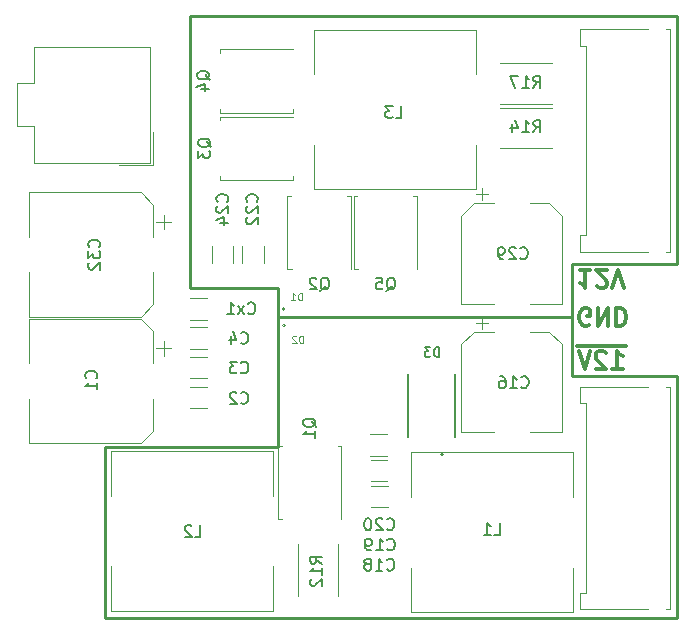
<source format=gbr>
%TF.GenerationSoftware,KiCad,Pcbnew,(5.99.0-12889-g70df3822b5)*%
%TF.CreationDate,2021-10-31T19:49:49+08:00*%
%TF.ProjectId,Dual-Power,4475616c-2d50-46f7-9765-722e6b696361,rev?*%
%TF.SameCoordinates,Original*%
%TF.FileFunction,Legend,Bot*%
%TF.FilePolarity,Positive*%
%FSLAX46Y46*%
G04 Gerber Fmt 4.6, Leading zero omitted, Abs format (unit mm)*
G04 Created by KiCad (PCBNEW (5.99.0-12889-g70df3822b5)) date 2021-10-31 19:49:49*
%MOMM*%
%LPD*%
G01*
G04 APERTURE LIST*
%ADD10C,0.250000*%
%ADD11C,0.120000*%
%ADD12C,0.300000*%
%ADD13C,0.150000*%
%ADD14C,0.100000*%
%ADD15C,0.127000*%
%ADD16C,0.200000*%
G04 APERTURE END LIST*
D10*
X135300000Y-97800000D02*
X135300000Y-86800000D01*
X160200000Y-91760000D02*
X160200000Y-86800000D01*
X160200000Y-91760000D02*
X169100000Y-91760000D01*
D11*
X135951421Y-87500000D02*
G75*
G03*
X135951421Y-87500000I-141421J0D01*
G01*
D10*
X169100000Y-91760000D02*
X169100000Y-112300000D01*
X160200000Y-82300000D02*
X169100000Y-82300000D01*
X169100000Y-112300000D02*
X120700000Y-112300000D01*
X135300000Y-86800000D02*
X160200000Y-86800000D01*
X120700000Y-97800000D02*
X135300000Y-97800000D01*
X127900000Y-84300000D02*
X135300000Y-84300000D01*
X160200000Y-86800000D02*
X160200000Y-82300000D01*
X127900000Y-61300000D02*
X127900000Y-84300000D01*
X169100000Y-61300000D02*
X127900000Y-61300000D01*
X135300000Y-84300000D02*
X135300000Y-86800000D01*
X169100000Y-82300000D02*
X169100000Y-61300000D01*
X120700000Y-112300000D02*
X120700000Y-97800000D01*
D11*
X135941421Y-86100000D02*
G75*
G03*
X135941421Y-86100000I-141421J0D01*
G01*
D12*
X161771428Y-82821428D02*
X160914285Y-82821428D01*
X161342857Y-82821428D02*
X161342857Y-84321428D01*
X161200000Y-84107142D01*
X161057142Y-83964285D01*
X160914285Y-83892857D01*
X162342857Y-84178571D02*
X162414285Y-84250000D01*
X162557142Y-84321428D01*
X162914285Y-84321428D01*
X163057142Y-84250000D01*
X163128571Y-84178571D01*
X163200000Y-84035714D01*
X163200000Y-83892857D01*
X163128571Y-83678571D01*
X162271428Y-82821428D01*
X163200000Y-82821428D01*
X163628571Y-84321428D02*
X164128571Y-82821428D01*
X164628571Y-84321428D01*
X164771427Y-89255000D02*
X163342856Y-89255000D01*
X163628570Y-91178571D02*
X164485713Y-91178571D01*
X164057141Y-91178571D02*
X164057141Y-89678571D01*
X164199999Y-89892857D01*
X164342856Y-90035714D01*
X164485713Y-90107142D01*
X163342856Y-89255000D02*
X161914284Y-89255000D01*
X163057141Y-89821428D02*
X162985713Y-89750000D01*
X162842856Y-89678571D01*
X162485713Y-89678571D01*
X162342856Y-89750000D01*
X162271427Y-89821428D01*
X162199999Y-89964285D01*
X162199999Y-90107142D01*
X162271427Y-90321428D01*
X163128570Y-91178571D01*
X162199999Y-91178571D01*
X161914284Y-89255000D02*
X160628570Y-89255000D01*
X161771427Y-89678571D02*
X161271427Y-91178571D01*
X160771427Y-89678571D01*
X161657142Y-87450000D02*
X161514285Y-87521428D01*
X161300000Y-87521428D01*
X161085714Y-87450000D01*
X160942857Y-87307142D01*
X160871428Y-87164285D01*
X160800000Y-86878571D01*
X160800000Y-86664285D01*
X160871428Y-86378571D01*
X160942857Y-86235714D01*
X161085714Y-86092857D01*
X161300000Y-86021428D01*
X161442857Y-86021428D01*
X161657142Y-86092857D01*
X161728571Y-86164285D01*
X161728571Y-86664285D01*
X161442857Y-86664285D01*
X162371428Y-86021428D02*
X162371428Y-87521428D01*
X163228571Y-86021428D01*
X163228571Y-87521428D01*
X163942857Y-86021428D02*
X163942857Y-87521428D01*
X164300000Y-87521428D01*
X164514285Y-87450000D01*
X164657142Y-87307142D01*
X164728571Y-87164285D01*
X164800000Y-86878571D01*
X164800000Y-86664285D01*
X164728571Y-86378571D01*
X164657142Y-86235714D01*
X164514285Y-86092857D01*
X164300000Y-86021428D01*
X163942857Y-86021428D01*
D13*
%TO.C,D3*%
X148950476Y-90153904D02*
X148950476Y-89353904D01*
X148760000Y-89353904D01*
X148645714Y-89392000D01*
X148569523Y-89468190D01*
X148531428Y-89544380D01*
X148493333Y-89696761D01*
X148493333Y-89811047D01*
X148531428Y-89963428D01*
X148569523Y-90039619D01*
X148645714Y-90115809D01*
X148760000Y-90153904D01*
X148950476Y-90153904D01*
X148226666Y-89353904D02*
X147731428Y-89353904D01*
X147998095Y-89658666D01*
X147883809Y-89658666D01*
X147807619Y-89696761D01*
X147769523Y-89734857D01*
X147731428Y-89811047D01*
X147731428Y-90001523D01*
X147769523Y-90077714D01*
X147807619Y-90115809D01*
X147883809Y-90153904D01*
X148112380Y-90153904D01*
X148188571Y-90115809D01*
X148226666Y-90077714D01*
%TO.C,C1*%
X119907142Y-91963333D02*
X119954761Y-91915714D01*
X120002380Y-91772857D01*
X120002380Y-91677619D01*
X119954761Y-91534761D01*
X119859523Y-91439523D01*
X119764285Y-91391904D01*
X119573809Y-91344285D01*
X119430952Y-91344285D01*
X119240476Y-91391904D01*
X119145238Y-91439523D01*
X119050000Y-91534761D01*
X119002380Y-91677619D01*
X119002380Y-91772857D01*
X119050000Y-91915714D01*
X119097619Y-91963333D01*
X120002380Y-92915714D02*
X120002380Y-92344285D01*
X120002380Y-92630000D02*
X119002380Y-92630000D01*
X119145238Y-92534761D01*
X119240476Y-92439523D01*
X119288095Y-92344285D01*
%TO.C,C2*%
X132166666Y-94057142D02*
X132214285Y-94104761D01*
X132357142Y-94152380D01*
X132452380Y-94152380D01*
X132595238Y-94104761D01*
X132690476Y-94009523D01*
X132738095Y-93914285D01*
X132785714Y-93723809D01*
X132785714Y-93580952D01*
X132738095Y-93390476D01*
X132690476Y-93295238D01*
X132595238Y-93200000D01*
X132452380Y-93152380D01*
X132357142Y-93152380D01*
X132214285Y-93200000D01*
X132166666Y-93247619D01*
X131785714Y-93247619D02*
X131738095Y-93200000D01*
X131642857Y-93152380D01*
X131404761Y-93152380D01*
X131309523Y-93200000D01*
X131261904Y-93247619D01*
X131214285Y-93342857D01*
X131214285Y-93438095D01*
X131261904Y-93580952D01*
X131833333Y-94152380D01*
X131214285Y-94152380D01*
%TO.C,C3*%
X132166666Y-91457142D02*
X132214285Y-91504761D01*
X132357142Y-91552380D01*
X132452380Y-91552380D01*
X132595238Y-91504761D01*
X132690476Y-91409523D01*
X132738095Y-91314285D01*
X132785714Y-91123809D01*
X132785714Y-90980952D01*
X132738095Y-90790476D01*
X132690476Y-90695238D01*
X132595238Y-90600000D01*
X132452380Y-90552380D01*
X132357142Y-90552380D01*
X132214285Y-90600000D01*
X132166666Y-90647619D01*
X131833333Y-90552380D02*
X131214285Y-90552380D01*
X131547619Y-90933333D01*
X131404761Y-90933333D01*
X131309523Y-90980952D01*
X131261904Y-91028571D01*
X131214285Y-91123809D01*
X131214285Y-91361904D01*
X131261904Y-91457142D01*
X131309523Y-91504761D01*
X131404761Y-91552380D01*
X131690476Y-91552380D01*
X131785714Y-91504761D01*
X131833333Y-91457142D01*
%TO.C,C4*%
X132166666Y-88957142D02*
X132214285Y-89004761D01*
X132357142Y-89052380D01*
X132452380Y-89052380D01*
X132595238Y-89004761D01*
X132690476Y-88909523D01*
X132738095Y-88814285D01*
X132785714Y-88623809D01*
X132785714Y-88480952D01*
X132738095Y-88290476D01*
X132690476Y-88195238D01*
X132595238Y-88100000D01*
X132452380Y-88052380D01*
X132357142Y-88052380D01*
X132214285Y-88100000D01*
X132166666Y-88147619D01*
X131309523Y-88385714D02*
X131309523Y-89052380D01*
X131547619Y-88004761D02*
X131785714Y-88719047D01*
X131166666Y-88719047D01*
%TO.C,C16*%
X155912857Y-92707142D02*
X155960476Y-92754761D01*
X156103333Y-92802380D01*
X156198571Y-92802380D01*
X156341428Y-92754761D01*
X156436666Y-92659523D01*
X156484285Y-92564285D01*
X156531904Y-92373809D01*
X156531904Y-92230952D01*
X156484285Y-92040476D01*
X156436666Y-91945238D01*
X156341428Y-91850000D01*
X156198571Y-91802380D01*
X156103333Y-91802380D01*
X155960476Y-91850000D01*
X155912857Y-91897619D01*
X154960476Y-92802380D02*
X155531904Y-92802380D01*
X155246190Y-92802380D02*
X155246190Y-91802380D01*
X155341428Y-91945238D01*
X155436666Y-92040476D01*
X155531904Y-92088095D01*
X154103333Y-91802380D02*
X154293809Y-91802380D01*
X154389047Y-91850000D01*
X154436666Y-91897619D01*
X154531904Y-92040476D01*
X154579523Y-92230952D01*
X154579523Y-92611904D01*
X154531904Y-92707142D01*
X154484285Y-92754761D01*
X154389047Y-92802380D01*
X154198571Y-92802380D01*
X154103333Y-92754761D01*
X154055714Y-92707142D01*
X154008095Y-92611904D01*
X154008095Y-92373809D01*
X154055714Y-92278571D01*
X154103333Y-92230952D01*
X154198571Y-92183333D01*
X154389047Y-92183333D01*
X154484285Y-92230952D01*
X154531904Y-92278571D01*
X154579523Y-92373809D01*
%TO.C,C18*%
X144542857Y-108157142D02*
X144590476Y-108204761D01*
X144733333Y-108252380D01*
X144828571Y-108252380D01*
X144971428Y-108204761D01*
X145066666Y-108109523D01*
X145114285Y-108014285D01*
X145161904Y-107823809D01*
X145161904Y-107680952D01*
X145114285Y-107490476D01*
X145066666Y-107395238D01*
X144971428Y-107300000D01*
X144828571Y-107252380D01*
X144733333Y-107252380D01*
X144590476Y-107300000D01*
X144542857Y-107347619D01*
X143590476Y-108252380D02*
X144161904Y-108252380D01*
X143876190Y-108252380D02*
X143876190Y-107252380D01*
X143971428Y-107395238D01*
X144066666Y-107490476D01*
X144161904Y-107538095D01*
X143019047Y-107680952D02*
X143114285Y-107633333D01*
X143161904Y-107585714D01*
X143209523Y-107490476D01*
X143209523Y-107442857D01*
X143161904Y-107347619D01*
X143114285Y-107300000D01*
X143019047Y-107252380D01*
X142828571Y-107252380D01*
X142733333Y-107300000D01*
X142685714Y-107347619D01*
X142638095Y-107442857D01*
X142638095Y-107490476D01*
X142685714Y-107585714D01*
X142733333Y-107633333D01*
X142828571Y-107680952D01*
X143019047Y-107680952D01*
X143114285Y-107728571D01*
X143161904Y-107776190D01*
X143209523Y-107871428D01*
X143209523Y-108061904D01*
X143161904Y-108157142D01*
X143114285Y-108204761D01*
X143019047Y-108252380D01*
X142828571Y-108252380D01*
X142733333Y-108204761D01*
X142685714Y-108157142D01*
X142638095Y-108061904D01*
X142638095Y-107871428D01*
X142685714Y-107776190D01*
X142733333Y-107728571D01*
X142828571Y-107680952D01*
%TO.C,C19*%
X144577857Y-106457142D02*
X144625476Y-106504761D01*
X144768333Y-106552380D01*
X144863571Y-106552380D01*
X145006428Y-106504761D01*
X145101666Y-106409523D01*
X145149285Y-106314285D01*
X145196904Y-106123809D01*
X145196904Y-105980952D01*
X145149285Y-105790476D01*
X145101666Y-105695238D01*
X145006428Y-105600000D01*
X144863571Y-105552380D01*
X144768333Y-105552380D01*
X144625476Y-105600000D01*
X144577857Y-105647619D01*
X143625476Y-106552380D02*
X144196904Y-106552380D01*
X143911190Y-106552380D02*
X143911190Y-105552380D01*
X144006428Y-105695238D01*
X144101666Y-105790476D01*
X144196904Y-105838095D01*
X143149285Y-106552380D02*
X142958809Y-106552380D01*
X142863571Y-106504761D01*
X142815952Y-106457142D01*
X142720714Y-106314285D01*
X142673095Y-106123809D01*
X142673095Y-105742857D01*
X142720714Y-105647619D01*
X142768333Y-105600000D01*
X142863571Y-105552380D01*
X143054047Y-105552380D01*
X143149285Y-105600000D01*
X143196904Y-105647619D01*
X143244523Y-105742857D01*
X143244523Y-105980952D01*
X143196904Y-106076190D01*
X143149285Y-106123809D01*
X143054047Y-106171428D01*
X142863571Y-106171428D01*
X142768333Y-106123809D01*
X142720714Y-106076190D01*
X142673095Y-105980952D01*
%TO.C,C20*%
X144542857Y-104737142D02*
X144590476Y-104784761D01*
X144733333Y-104832380D01*
X144828571Y-104832380D01*
X144971428Y-104784761D01*
X145066666Y-104689523D01*
X145114285Y-104594285D01*
X145161904Y-104403809D01*
X145161904Y-104260952D01*
X145114285Y-104070476D01*
X145066666Y-103975238D01*
X144971428Y-103880000D01*
X144828571Y-103832380D01*
X144733333Y-103832380D01*
X144590476Y-103880000D01*
X144542857Y-103927619D01*
X144161904Y-103927619D02*
X144114285Y-103880000D01*
X144019047Y-103832380D01*
X143780952Y-103832380D01*
X143685714Y-103880000D01*
X143638095Y-103927619D01*
X143590476Y-104022857D01*
X143590476Y-104118095D01*
X143638095Y-104260952D01*
X144209523Y-104832380D01*
X143590476Y-104832380D01*
X142971428Y-103832380D02*
X142876190Y-103832380D01*
X142780952Y-103880000D01*
X142733333Y-103927619D01*
X142685714Y-104022857D01*
X142638095Y-104213333D01*
X142638095Y-104451428D01*
X142685714Y-104641904D01*
X142733333Y-104737142D01*
X142780952Y-104784761D01*
X142876190Y-104832380D01*
X142971428Y-104832380D01*
X143066666Y-104784761D01*
X143114285Y-104737142D01*
X143161904Y-104641904D01*
X143209523Y-104451428D01*
X143209523Y-104213333D01*
X143161904Y-104022857D01*
X143114285Y-103927619D01*
X143066666Y-103880000D01*
X142971428Y-103832380D01*
%TO.C,C22*%
X133507142Y-77017143D02*
X133554761Y-76969524D01*
X133602380Y-76826667D01*
X133602380Y-76731429D01*
X133554761Y-76588572D01*
X133459523Y-76493334D01*
X133364285Y-76445715D01*
X133173809Y-76398096D01*
X133030952Y-76398096D01*
X132840476Y-76445715D01*
X132745238Y-76493334D01*
X132650000Y-76588572D01*
X132602380Y-76731429D01*
X132602380Y-76826667D01*
X132650000Y-76969524D01*
X132697619Y-77017143D01*
X132697619Y-77398096D02*
X132650000Y-77445715D01*
X132602380Y-77540953D01*
X132602380Y-77779048D01*
X132650000Y-77874286D01*
X132697619Y-77921905D01*
X132792857Y-77969524D01*
X132888095Y-77969524D01*
X133030952Y-77921905D01*
X133602380Y-77350477D01*
X133602380Y-77969524D01*
X132697619Y-78350477D02*
X132650000Y-78398096D01*
X132602380Y-78493334D01*
X132602380Y-78731429D01*
X132650000Y-78826667D01*
X132697619Y-78874286D01*
X132792857Y-78921905D01*
X132888095Y-78921905D01*
X133030952Y-78874286D01*
X133602380Y-78302858D01*
X133602380Y-78921905D01*
%TO.C,C24*%
X131007142Y-77017142D02*
X131054761Y-76969523D01*
X131102380Y-76826666D01*
X131102380Y-76731428D01*
X131054761Y-76588571D01*
X130959523Y-76493333D01*
X130864285Y-76445714D01*
X130673809Y-76398095D01*
X130530952Y-76398095D01*
X130340476Y-76445714D01*
X130245238Y-76493333D01*
X130150000Y-76588571D01*
X130102380Y-76731428D01*
X130102380Y-76826666D01*
X130150000Y-76969523D01*
X130197619Y-77017142D01*
X130197619Y-77398095D02*
X130150000Y-77445714D01*
X130102380Y-77540952D01*
X130102380Y-77779047D01*
X130150000Y-77874285D01*
X130197619Y-77921904D01*
X130292857Y-77969523D01*
X130388095Y-77969523D01*
X130530952Y-77921904D01*
X131102380Y-77350476D01*
X131102380Y-77969523D01*
X130435714Y-78826666D02*
X131102380Y-78826666D01*
X130054761Y-78588571D02*
X130769047Y-78350476D01*
X130769047Y-78969523D01*
D14*
%TO.C,D1*%
X137342857Y-85381479D02*
X137342857Y-84781479D01*
X137200000Y-84781479D01*
X137114285Y-84810051D01*
X137057142Y-84867193D01*
X137028571Y-84924336D01*
X137000000Y-85038622D01*
X137000000Y-85124336D01*
X137028571Y-85238622D01*
X137057142Y-85295765D01*
X137114285Y-85352908D01*
X137200000Y-85381479D01*
X137342857Y-85381479D01*
X136428571Y-85381479D02*
X136771428Y-85381479D01*
X136600000Y-85381479D02*
X136600000Y-84781479D01*
X136657142Y-84867193D01*
X136714285Y-84924336D01*
X136771428Y-84952908D01*
%TO.C,D2*%
X137442857Y-88971428D02*
X137442857Y-88371428D01*
X137300000Y-88371428D01*
X137214285Y-88400000D01*
X137157142Y-88457142D01*
X137128571Y-88514285D01*
X137100000Y-88628571D01*
X137100000Y-88714285D01*
X137128571Y-88828571D01*
X137157142Y-88885714D01*
X137214285Y-88942857D01*
X137300000Y-88971428D01*
X137442857Y-88971428D01*
X136871428Y-88428571D02*
X136842857Y-88400000D01*
X136785714Y-88371428D01*
X136642857Y-88371428D01*
X136585714Y-88400000D01*
X136557142Y-88428571D01*
X136528571Y-88485714D01*
X136528571Y-88542857D01*
X136557142Y-88628571D01*
X136900000Y-88971428D01*
X136528571Y-88971428D01*
D13*
%TO.C,L1*%
X153616666Y-105232380D02*
X154092857Y-105232380D01*
X154092857Y-104232380D01*
X152759523Y-105232380D02*
X153330952Y-105232380D01*
X153045238Y-105232380D02*
X153045238Y-104232380D01*
X153140476Y-104375238D01*
X153235714Y-104470476D01*
X153330952Y-104518095D01*
%TO.C,L2*%
X128256666Y-105392380D02*
X128732857Y-105392380D01*
X128732857Y-104392380D01*
X127970952Y-104487619D02*
X127923333Y-104440000D01*
X127828095Y-104392380D01*
X127590000Y-104392380D01*
X127494761Y-104440000D01*
X127447142Y-104487619D01*
X127399523Y-104582857D01*
X127399523Y-104678095D01*
X127447142Y-104820952D01*
X128018571Y-105392380D01*
X127399523Y-105392380D01*
%TO.C,L3*%
X145266666Y-69922380D02*
X145742857Y-69922380D01*
X145742857Y-68922380D01*
X145028571Y-68922380D02*
X144409523Y-68922380D01*
X144742857Y-69303333D01*
X144600000Y-69303333D01*
X144504761Y-69350952D01*
X144457142Y-69398571D01*
X144409523Y-69493809D01*
X144409523Y-69731904D01*
X144457142Y-69827142D01*
X144504761Y-69874761D01*
X144600000Y-69922380D01*
X144885714Y-69922380D01*
X144980952Y-69874761D01*
X145028571Y-69827142D01*
%TO.C,Q1*%
X138547619Y-96104761D02*
X138500000Y-96009523D01*
X138404761Y-95914285D01*
X138261904Y-95771428D01*
X138214285Y-95676190D01*
X138214285Y-95580952D01*
X138452380Y-95628571D02*
X138404761Y-95533333D01*
X138309523Y-95438095D01*
X138119047Y-95390476D01*
X137785714Y-95390476D01*
X137595238Y-95438095D01*
X137500000Y-95533333D01*
X137452380Y-95628571D01*
X137452380Y-95819047D01*
X137500000Y-95914285D01*
X137595238Y-96009523D01*
X137785714Y-96057142D01*
X138119047Y-96057142D01*
X138309523Y-96009523D01*
X138404761Y-95914285D01*
X138452380Y-95819047D01*
X138452380Y-95628571D01*
X138452380Y-97009523D02*
X138452380Y-96438095D01*
X138452380Y-96723809D02*
X137452380Y-96723809D01*
X137595238Y-96628571D01*
X137690476Y-96533333D01*
X137738095Y-96438095D01*
%TO.C,Q2*%
X138895238Y-84547619D02*
X138990476Y-84500000D01*
X139085714Y-84404761D01*
X139228571Y-84261904D01*
X139323809Y-84214285D01*
X139419047Y-84214285D01*
X139371428Y-84452380D02*
X139466666Y-84404761D01*
X139561904Y-84309523D01*
X139609523Y-84119047D01*
X139609523Y-83785714D01*
X139561904Y-83595238D01*
X139466666Y-83500000D01*
X139371428Y-83452380D01*
X139180952Y-83452380D01*
X139085714Y-83500000D01*
X138990476Y-83595238D01*
X138942857Y-83785714D01*
X138942857Y-84119047D01*
X138990476Y-84309523D01*
X139085714Y-84404761D01*
X139180952Y-84452380D01*
X139371428Y-84452380D01*
X138561904Y-83547619D02*
X138514285Y-83500000D01*
X138419047Y-83452380D01*
X138180952Y-83452380D01*
X138085714Y-83500000D01*
X138038095Y-83547619D01*
X137990476Y-83642857D01*
X137990476Y-83738095D01*
X138038095Y-83880952D01*
X138609523Y-84452380D01*
X137990476Y-84452380D01*
%TO.C,Q3*%
X129647619Y-72404761D02*
X129600000Y-72309523D01*
X129504761Y-72214285D01*
X129361904Y-72071428D01*
X129314285Y-71976190D01*
X129314285Y-71880952D01*
X129552380Y-71928571D02*
X129504761Y-71833333D01*
X129409523Y-71738095D01*
X129219047Y-71690476D01*
X128885714Y-71690476D01*
X128695238Y-71738095D01*
X128600000Y-71833333D01*
X128552380Y-71928571D01*
X128552380Y-72119047D01*
X128600000Y-72214285D01*
X128695238Y-72309523D01*
X128885714Y-72357142D01*
X129219047Y-72357142D01*
X129409523Y-72309523D01*
X129504761Y-72214285D01*
X129552380Y-72119047D01*
X129552380Y-71928571D01*
X128552380Y-72690476D02*
X128552380Y-73309523D01*
X128933333Y-72976190D01*
X128933333Y-73119047D01*
X128980952Y-73214285D01*
X129028571Y-73261904D01*
X129123809Y-73309523D01*
X129361904Y-73309523D01*
X129457142Y-73261904D01*
X129504761Y-73214285D01*
X129552380Y-73119047D01*
X129552380Y-72833333D01*
X129504761Y-72738095D01*
X129457142Y-72690476D01*
%TO.C,R12*%
X139042380Y-107657142D02*
X138566190Y-107323809D01*
X139042380Y-107085714D02*
X138042380Y-107085714D01*
X138042380Y-107466666D01*
X138090000Y-107561904D01*
X138137619Y-107609523D01*
X138232857Y-107657142D01*
X138375714Y-107657142D01*
X138470952Y-107609523D01*
X138518571Y-107561904D01*
X138566190Y-107466666D01*
X138566190Y-107085714D01*
X139042380Y-108609523D02*
X139042380Y-108038095D01*
X139042380Y-108323809D02*
X138042380Y-108323809D01*
X138185238Y-108228571D01*
X138280476Y-108133333D01*
X138328095Y-108038095D01*
X138137619Y-108990476D02*
X138090000Y-109038095D01*
X138042380Y-109133333D01*
X138042380Y-109371428D01*
X138090000Y-109466666D01*
X138137619Y-109514285D01*
X138232857Y-109561904D01*
X138328095Y-109561904D01*
X138470952Y-109514285D01*
X139042380Y-108942857D01*
X139042380Y-109561904D01*
%TO.C,R14*%
X156942857Y-71132380D02*
X157276190Y-70656190D01*
X157514285Y-71132380D02*
X157514285Y-70132380D01*
X157133333Y-70132380D01*
X157038095Y-70180000D01*
X156990476Y-70227619D01*
X156942857Y-70322857D01*
X156942857Y-70465714D01*
X156990476Y-70560952D01*
X157038095Y-70608571D01*
X157133333Y-70656190D01*
X157514285Y-70656190D01*
X155990476Y-71132380D02*
X156561904Y-71132380D01*
X156276190Y-71132380D02*
X156276190Y-70132380D01*
X156371428Y-70275238D01*
X156466666Y-70370476D01*
X156561904Y-70418095D01*
X155133333Y-70465714D02*
X155133333Y-71132380D01*
X155371428Y-70084761D02*
X155609523Y-70799047D01*
X154990476Y-70799047D01*
%TO.C,C29*%
X155832857Y-81787142D02*
X155880476Y-81834761D01*
X156023333Y-81882380D01*
X156118571Y-81882380D01*
X156261428Y-81834761D01*
X156356666Y-81739523D01*
X156404285Y-81644285D01*
X156451904Y-81453809D01*
X156451904Y-81310952D01*
X156404285Y-81120476D01*
X156356666Y-81025238D01*
X156261428Y-80930000D01*
X156118571Y-80882380D01*
X156023333Y-80882380D01*
X155880476Y-80930000D01*
X155832857Y-80977619D01*
X155451904Y-80977619D02*
X155404285Y-80930000D01*
X155309047Y-80882380D01*
X155070952Y-80882380D01*
X154975714Y-80930000D01*
X154928095Y-80977619D01*
X154880476Y-81072857D01*
X154880476Y-81168095D01*
X154928095Y-81310952D01*
X155499523Y-81882380D01*
X154880476Y-81882380D01*
X154404285Y-81882380D02*
X154213809Y-81882380D01*
X154118571Y-81834761D01*
X154070952Y-81787142D01*
X153975714Y-81644285D01*
X153928095Y-81453809D01*
X153928095Y-81072857D01*
X153975714Y-80977619D01*
X154023333Y-80930000D01*
X154118571Y-80882380D01*
X154309047Y-80882380D01*
X154404285Y-80930000D01*
X154451904Y-80977619D01*
X154499523Y-81072857D01*
X154499523Y-81310952D01*
X154451904Y-81406190D01*
X154404285Y-81453809D01*
X154309047Y-81501428D01*
X154118571Y-81501428D01*
X154023333Y-81453809D01*
X153975714Y-81406190D01*
X153928095Y-81310952D01*
%TO.C,C32*%
X120157142Y-80857142D02*
X120204761Y-80809523D01*
X120252380Y-80666666D01*
X120252380Y-80571428D01*
X120204761Y-80428571D01*
X120109523Y-80333333D01*
X120014285Y-80285714D01*
X119823809Y-80238095D01*
X119680952Y-80238095D01*
X119490476Y-80285714D01*
X119395238Y-80333333D01*
X119300000Y-80428571D01*
X119252380Y-80571428D01*
X119252380Y-80666666D01*
X119300000Y-80809523D01*
X119347619Y-80857142D01*
X119252380Y-81190476D02*
X119252380Y-81809523D01*
X119633333Y-81476190D01*
X119633333Y-81619047D01*
X119680952Y-81714285D01*
X119728571Y-81761904D01*
X119823809Y-81809523D01*
X120061904Y-81809523D01*
X120157142Y-81761904D01*
X120204761Y-81714285D01*
X120252380Y-81619047D01*
X120252380Y-81333333D01*
X120204761Y-81238095D01*
X120157142Y-81190476D01*
X119347619Y-82190476D02*
X119300000Y-82238095D01*
X119252380Y-82333333D01*
X119252380Y-82571428D01*
X119300000Y-82666666D01*
X119347619Y-82714285D01*
X119442857Y-82761904D01*
X119538095Y-82761904D01*
X119680952Y-82714285D01*
X120252380Y-82142857D01*
X120252380Y-82761904D01*
%TO.C,Q4*%
X129547619Y-66704761D02*
X129500000Y-66609523D01*
X129404761Y-66514285D01*
X129261904Y-66371428D01*
X129214285Y-66276190D01*
X129214285Y-66180952D01*
X129452380Y-66228571D02*
X129404761Y-66133333D01*
X129309523Y-66038095D01*
X129119047Y-65990476D01*
X128785714Y-65990476D01*
X128595238Y-66038095D01*
X128500000Y-66133333D01*
X128452380Y-66228571D01*
X128452380Y-66419047D01*
X128500000Y-66514285D01*
X128595238Y-66609523D01*
X128785714Y-66657142D01*
X129119047Y-66657142D01*
X129309523Y-66609523D01*
X129404761Y-66514285D01*
X129452380Y-66419047D01*
X129452380Y-66228571D01*
X128785714Y-67514285D02*
X129452380Y-67514285D01*
X128404761Y-67276190D02*
X129119047Y-67038095D01*
X129119047Y-67657142D01*
%TO.C,Q5*%
X144495238Y-84547619D02*
X144590476Y-84500000D01*
X144685714Y-84404761D01*
X144828571Y-84261904D01*
X144923809Y-84214285D01*
X145019047Y-84214285D01*
X144971428Y-84452380D02*
X145066666Y-84404761D01*
X145161904Y-84309523D01*
X145209523Y-84119047D01*
X145209523Y-83785714D01*
X145161904Y-83595238D01*
X145066666Y-83500000D01*
X144971428Y-83452380D01*
X144780952Y-83452380D01*
X144685714Y-83500000D01*
X144590476Y-83595238D01*
X144542857Y-83785714D01*
X144542857Y-84119047D01*
X144590476Y-84309523D01*
X144685714Y-84404761D01*
X144780952Y-84452380D01*
X144971428Y-84452380D01*
X143638095Y-83452380D02*
X144114285Y-83452380D01*
X144161904Y-83928571D01*
X144114285Y-83880952D01*
X144019047Y-83833333D01*
X143780952Y-83833333D01*
X143685714Y-83880952D01*
X143638095Y-83928571D01*
X143590476Y-84023809D01*
X143590476Y-84261904D01*
X143638095Y-84357142D01*
X143685714Y-84404761D01*
X143780952Y-84452380D01*
X144019047Y-84452380D01*
X144114285Y-84404761D01*
X144161904Y-84357142D01*
%TO.C,R17*%
X156942857Y-67352380D02*
X157276190Y-66876190D01*
X157514285Y-67352380D02*
X157514285Y-66352380D01*
X157133333Y-66352380D01*
X157038095Y-66400000D01*
X156990476Y-66447619D01*
X156942857Y-66542857D01*
X156942857Y-66685714D01*
X156990476Y-66780952D01*
X157038095Y-66828571D01*
X157133333Y-66876190D01*
X157514285Y-66876190D01*
X155990476Y-67352380D02*
X156561904Y-67352380D01*
X156276190Y-67352380D02*
X156276190Y-66352380D01*
X156371428Y-66495238D01*
X156466666Y-66590476D01*
X156561904Y-66638095D01*
X155657142Y-66352380D02*
X154990476Y-66352380D01*
X155419047Y-67352380D01*
%TO.C,Cx1*%
X132771428Y-86457142D02*
X132819047Y-86504761D01*
X132961904Y-86552380D01*
X133057142Y-86552380D01*
X133200000Y-86504761D01*
X133295238Y-86409523D01*
X133342857Y-86314285D01*
X133390476Y-86123809D01*
X133390476Y-85980952D01*
X133342857Y-85790476D01*
X133295238Y-85695238D01*
X133200000Y-85600000D01*
X133057142Y-85552380D01*
X132961904Y-85552380D01*
X132819047Y-85600000D01*
X132771428Y-85647619D01*
X132438095Y-86552380D02*
X131914285Y-85885714D01*
X132438095Y-85885714D02*
X131914285Y-86552380D01*
X131009523Y-86552380D02*
X131580952Y-86552380D01*
X131295238Y-86552380D02*
X131295238Y-85552380D01*
X131390476Y-85695238D01*
X131485714Y-85790476D01*
X131580952Y-85838095D01*
D15*
%TO.C,D3*%
X150285000Y-96985000D02*
X150285000Y-91615000D01*
X146315000Y-91615000D02*
X146315000Y-96985000D01*
D16*
X149300000Y-98400000D02*
G75*
G03*
X149300000Y-98400000I-100000J0D01*
G01*
D14*
%TO.C,C1*%
X114240000Y-97460000D02*
X114240000Y-93710000D01*
X124760000Y-96395563D02*
X124760000Y-93710000D01*
X124760000Y-88004437D02*
X123695563Y-86940000D01*
X126250000Y-89440000D02*
X125000000Y-89440000D01*
X123695563Y-97460000D02*
X114240000Y-97460000D01*
X123695563Y-86940000D02*
X114240000Y-86940000D01*
X124760000Y-88004437D02*
X124760000Y-90690000D01*
X114240000Y-86940000D02*
X114240000Y-90690000D01*
X125625000Y-88815000D02*
X125625000Y-90065000D01*
X124760000Y-96395563D02*
X123695563Y-97460000D01*
D11*
%TO.C,C2*%
X127888748Y-92690000D02*
X129311252Y-92690000D01*
X127888748Y-94510000D02*
X129311252Y-94510000D01*
%TO.C,C3*%
X127888748Y-90167778D02*
X129311252Y-90167778D01*
X127888748Y-91987778D02*
X129311252Y-91987778D01*
%TO.C,C4*%
X127888748Y-87645556D02*
X129311252Y-87645556D01*
X127888748Y-89465556D02*
X129311252Y-89465556D01*
D14*
%TO.C,C16*%
X152090000Y-87300000D02*
X153090000Y-87300000D01*
X152590000Y-86800000D02*
X152590000Y-87800000D01*
X158295563Y-88040000D02*
X159360000Y-89104437D01*
X158295563Y-88040000D02*
X156610000Y-88040000D01*
X159360000Y-96560000D02*
X156610000Y-96560000D01*
X159360000Y-89104437D02*
X159360000Y-96560000D01*
X150840000Y-96560000D02*
X153590000Y-96560000D01*
X151904437Y-88040000D02*
X150840000Y-89104437D01*
X151904437Y-88040000D02*
X153590000Y-88040000D01*
X150840000Y-89104437D02*
X150840000Y-96560000D01*
D11*
%TO.C,C18*%
X144551252Y-96690000D02*
X143128748Y-96690000D01*
X144551252Y-98510000D02*
X143128748Y-98510000D01*
%TO.C,C19*%
X144611252Y-102910000D02*
X143188748Y-102910000D01*
X144611252Y-101090000D02*
X143188748Y-101090000D01*
%TO.C,C20*%
X144576252Y-100710000D02*
X143153748Y-100710000D01*
X144576252Y-98890000D02*
X143153748Y-98890000D01*
%TO.C,C22*%
X134110000Y-80788748D02*
X134110000Y-82211252D01*
X132290000Y-80788748D02*
X132290000Y-82211252D01*
%TO.C,C24*%
X131510000Y-80788748D02*
X131510000Y-82211252D01*
X129690000Y-80788748D02*
X129690000Y-82211252D01*
D14*
%TO.C,D1*%
X135860000Y-86100000D02*
G75*
G03*
X135860000Y-86100000I-50000J0D01*
G01*
%TO.C,D2*%
X135860000Y-87500000D02*
G75*
G03*
X135860000Y-87500000I-50000J0D01*
G01*
D11*
%TO.C,L1*%
X160250000Y-98250000D02*
X153400000Y-98250000D01*
X146550000Y-108000000D02*
X146550000Y-111750000D01*
X160250000Y-102000000D02*
X160250000Y-98250000D01*
X146550000Y-111750000D02*
X153400000Y-111750000D01*
X146550000Y-98250000D02*
X153400000Y-98250000D01*
X160250000Y-108000000D02*
X160250000Y-111750000D01*
X160250000Y-111750000D02*
X153400000Y-111750000D01*
X146550000Y-102000000D02*
X146550000Y-98250000D01*
%TO.C,L2*%
X121150000Y-107900000D02*
X121150000Y-111650000D01*
X134850000Y-107900000D02*
X134850000Y-111650000D01*
X121150000Y-98150000D02*
X128000000Y-98150000D01*
X121150000Y-111650000D02*
X128000000Y-111650000D01*
X121150000Y-101900000D02*
X121150000Y-98150000D01*
X134850000Y-101900000D02*
X134850000Y-98150000D01*
X134850000Y-111650000D02*
X128000000Y-111650000D01*
X134850000Y-98150000D02*
X128000000Y-98150000D01*
%TO.C,L3*%
X138350000Y-75950000D02*
X145200000Y-75950000D01*
X152050000Y-72200000D02*
X152050000Y-75950000D01*
X152050000Y-66200000D02*
X152050000Y-62450000D01*
X152050000Y-75950000D02*
X145200000Y-75950000D01*
X138350000Y-62450000D02*
X145200000Y-62450000D01*
X138350000Y-66200000D02*
X138350000Y-62450000D01*
X152050000Y-62450000D02*
X145200000Y-62450000D01*
X138350000Y-72200000D02*
X138350000Y-75950000D01*
D14*
%TO.C,Q1*%
X135665000Y-103860000D02*
X135315000Y-103860000D01*
X140685000Y-97740000D02*
X140685000Y-103860000D01*
X135615000Y-97740000D02*
X135315000Y-97740000D01*
X135315000Y-97740000D02*
X135315000Y-103860000D01*
X140385000Y-97740000D02*
X140685000Y-97740000D01*
%TO.C,Q2*%
X136115000Y-76580000D02*
X136115000Y-82700000D01*
X136415000Y-76580000D02*
X136115000Y-76580000D01*
X141185000Y-76580000D02*
X141485000Y-76580000D01*
X136465000Y-82700000D02*
X136115000Y-82700000D01*
X141485000Y-76580000D02*
X141485000Y-82700000D01*
%TO.C,Q3*%
X130440000Y-70115000D02*
X130440000Y-69815000D01*
X130440000Y-74885000D02*
X130440000Y-75185000D01*
X130440000Y-69815000D02*
X136560000Y-69815000D01*
X136560000Y-74835000D02*
X136560000Y-75185000D01*
X130440000Y-75185000D02*
X136560000Y-75185000D01*
D11*
%TO.C,R12*%
X136990000Y-106022936D02*
X136990000Y-110377064D01*
X140410000Y-106022936D02*
X140410000Y-110377064D01*
%TO.C,R14*%
X158507064Y-72510000D02*
X154152936Y-72510000D01*
X158507064Y-69090000D02*
X154152936Y-69090000D01*
D14*
%TO.C,C29*%
X152090000Y-76400000D02*
X153090000Y-76400000D01*
X158295563Y-77140000D02*
X156610000Y-77140000D01*
X151904437Y-77140000D02*
X150840000Y-78204437D01*
X159360000Y-85660000D02*
X156610000Y-85660000D01*
X150840000Y-78204437D02*
X150840000Y-85660000D01*
X152590000Y-75900000D02*
X152590000Y-76900000D01*
X151904437Y-77140000D02*
X153590000Y-77140000D01*
X150840000Y-85660000D02*
X153590000Y-85660000D01*
X158295563Y-77140000D02*
X159360000Y-78204437D01*
X159360000Y-78204437D02*
X159360000Y-85660000D01*
D11*
%TO.C,C32*%
X124760000Y-77304437D02*
X124760000Y-79990000D01*
X124760000Y-85695563D02*
X124760000Y-83010000D01*
X125625000Y-78115000D02*
X125625000Y-79365000D01*
X124760000Y-77304437D02*
X123695563Y-76240000D01*
X123695563Y-86760000D02*
X114240000Y-86760000D01*
X114240000Y-86760000D02*
X114240000Y-83010000D01*
X126250000Y-78740000D02*
X125000000Y-78740000D01*
X123695563Y-76240000D02*
X114240000Y-76240000D01*
X114240000Y-76240000D02*
X114240000Y-79990000D01*
X124760000Y-85695563D02*
X123695563Y-86760000D01*
%TO.C,Q4*%
X130440000Y-69185000D02*
X130440000Y-69485000D01*
X136560000Y-69135000D02*
X136560000Y-69485000D01*
X130440000Y-64415000D02*
X130440000Y-64115000D01*
X130440000Y-69485000D02*
X136560000Y-69485000D01*
X130440000Y-64115000D02*
X136560000Y-64115000D01*
%TO.C,Q5*%
X146785000Y-76580000D02*
X147085000Y-76580000D01*
X141715000Y-76580000D02*
X141715000Y-82700000D01*
X147085000Y-76580000D02*
X147085000Y-82700000D01*
X142015000Y-76580000D02*
X141715000Y-76580000D01*
X142065000Y-82700000D02*
X141715000Y-82700000D01*
%TO.C,R17*%
X158507064Y-68710000D02*
X154152936Y-68710000D01*
X158507064Y-65290000D02*
X154152936Y-65290000D01*
%TO.C,J1*%
X160920000Y-62425000D02*
X160920000Y-63845000D01*
X168200000Y-62425000D02*
X168510000Y-62425000D01*
X168510000Y-62425000D02*
X168510000Y-81295000D01*
X161420000Y-79875000D02*
X160920000Y-79875000D01*
X160920000Y-81295000D02*
X166680000Y-81295000D01*
X160920000Y-79875000D02*
X160920000Y-81295000D01*
X166680000Y-62425000D02*
X160920000Y-62425000D01*
X160920000Y-63845000D02*
X161420000Y-63845000D01*
X161420000Y-63845000D02*
X161420000Y-79875000D01*
X168510000Y-81295000D02*
X168200000Y-81295000D01*
%TO.C,J2*%
X166680000Y-92675000D02*
X160920000Y-92675000D01*
X168200000Y-92675000D02*
X168510000Y-92675000D01*
X160920000Y-92675000D02*
X160920000Y-94095000D01*
X168510000Y-111545000D02*
X168200000Y-111545000D01*
X168510000Y-92675000D02*
X168510000Y-111545000D01*
X160920000Y-111545000D02*
X166680000Y-111545000D01*
X160920000Y-110125000D02*
X160920000Y-111545000D01*
X160920000Y-94095000D02*
X161420000Y-94095000D01*
X161420000Y-110125000D02*
X160920000Y-110125000D01*
X161420000Y-94095000D02*
X161420000Y-110125000D01*
%TO.C,J3*%
X124700000Y-73950000D02*
X121850000Y-73950000D01*
X124460000Y-73710000D02*
X114640000Y-73710000D01*
X114640000Y-66990000D02*
X113240000Y-66990000D01*
X114640000Y-63890000D02*
X114640000Y-66990000D01*
X114640000Y-73710000D02*
X114640000Y-70610000D01*
X124460000Y-68800000D02*
X124460000Y-73710000D01*
X124700000Y-71100000D02*
X124700000Y-73950000D01*
X113240000Y-66990000D02*
X113240000Y-68800000D01*
X114640000Y-70610000D02*
X113240000Y-70610000D01*
X124460000Y-68800000D02*
X124460000Y-63890000D01*
X124460000Y-63890000D02*
X114640000Y-63890000D01*
X113240000Y-70610000D02*
X113240000Y-68800000D01*
%TO.C,Cx1*%
X129311252Y-87010000D02*
X127888748Y-87010000D01*
X129311252Y-85190000D02*
X127888748Y-85190000D01*
%TD*%
M02*

</source>
